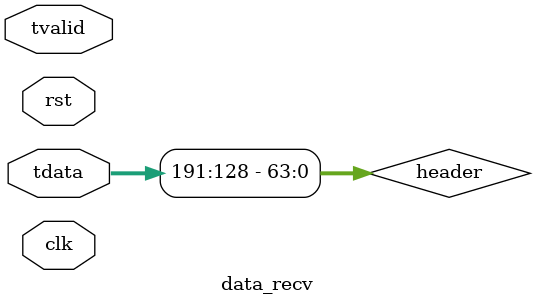
<source format=v>
`timescale 1 ns / 10 ps

module data_recv (
  input              clk,
  input              rst,
  input              tvalid,
  input      [255:0] tdata
); 

// 状态机
reg [3:0] curr_st, next_st;
parameter idle      = 4'b0000; //空闲状态
parameter fst1      = 4'b0001; //发送第一次数据
parameter fst2      = 4'b0010; //发送第二次数据
parameter recv      = 4'b0011; //发送数据
parameter last      = 4'b0100; //发送最后一次数据
parameter susp_fst1 = 4'b0101;
parameter susp_fst2 = 4'b0110;
parameter susp_recv = 4'b0111; //暂停数据发送

always @(posedge clk or posedge rst) begin
  if (rst) curr_st <= idle;
  else curr_st <= next_st;
end

wire [63:0] header; //同步头
assign header = tdata[191:128];
reg [15:0] size_cnt; //数据计数(byte)
wire tlast;
assign tlast = (size_cnt == (frame_size - 16'd16));
always @(*) begin
  case (curr_st)
    idle:  
      if (tvalid && (header == 64'h0000_0000_1acf_fc1d)) next_st = fst1; 
      else next_st = idle;
    fst1:
      if (tvalid) next_st = fst2;
      else next_st = susp_fst1;
    fst2:
      if (tvalid) next_st = recv;
      else next_st = susp_fst2;
    recv:
      if (tvalid && tlast) next_st = last;
      else if (tvalid) next_st = recv;
      else next_st = susp_recv;
    last:
      next_st <= idle;
    susp_fst1:
      if (tvalid) next_st = fst2;
      else next_st = susp_fst1;
    susp_fst2:
      if (tvalid) next_st = recv;
      else next_st = susp_fst2;
    susp_recv:
      if (tvalid && tlast) next_st = last;
      else if (tvalid) next_st = recv;
      else next_st = susp_recv;
    default: next_st = idle;
  endcase
end

reg [7:0] frame_cnt; //帧计数
always @(posedge clk)
  case (next_st)
    idle: begin 
    size_cnt <= 16'd0; 
    fifo_0_wr_en <= 1'b0; fifo_1_wr_en <= 1'b0;
    fifo_0_din <= 256'd0; fifo_1_din <= 256'd0; 
    end
    fst1: begin
      size_cnt <= 16'd0; frame_size <= tdata[223:208]; frame_cnt <= tdata[247:240]; 
      //根据帧计数的情况决定往哪个fifo存入数据，交替往两个fifo存入数据
      fifo_0_wr_en <= ((tdata[247:240]+1'b1)%2); fifo_1_wr_en <= ((tdata[247:240])%2);
      fifo_0_din <= tdata; fifo_1_din <= tdata; 
    end
    fst2: begin
      size_cnt <= size_cnt + 16'd16; 
      fifo_0_wr_en <= ((frame_cnt+1'b1)%2); fifo_1_wr_en <= ((frame_cnt)%2);
      fifo_0_din <= tdata; fifo_1_din <= tdata;
    end
    recv: begin
      size_cnt <= size_cnt + 16'd32; 
      fifo_0_wr_en <= ((frame_cnt+1'b1)%2); fifo_1_wr_en <= ((frame_cnt)%2);
      fifo_0_din <= tdata; fifo_1_din <= tdata;
    end
    last: begin
      size_cnt <= size_cnt + 16'd16; 
      fifo_0_wr_en <= ((frame_cnt+1'b1)%2); fifo_1_wr_en <= ((frame_cnt)%2);
      fifo_0_din <= tdata; fifo_1_din <= tdata; 
    end
    susp_fst1:
      begin size_cnt <= size_cnt; fifo_0_wr_en <= 1'b0; fifo_1_wr_en <= 1'b0; end
    susp_fst2:
      begin size_cnt <= size_cnt; fifo_0_wr_en <= 1'b0; fifo_1_wr_en <= 1'b0; end
    susp_recv:
      begin size_cnt <= size_cnt; fifo_0_wr_en <= 1'b0; fifo_1_wr_en <= 1'b0; end
    default: begin size_cnt <= 16'd0; fifo_0_wr_en <= 1'b0; fifo_1_wr_en <= 1'b0; end
  endcase

endmodule 
</source>
